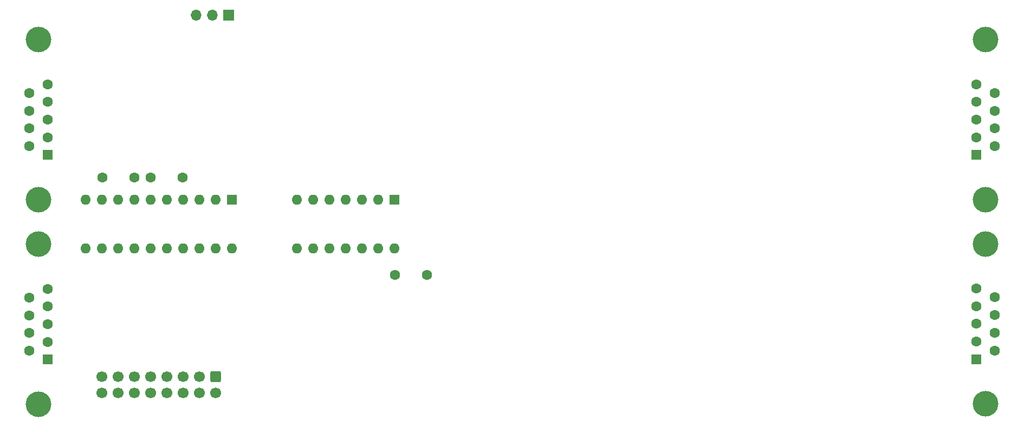
<source format=gbr>
%TF.GenerationSoftware,KiCad,Pcbnew,(7.0.0)*%
%TF.CreationDate,2023-04-09T14:20:33-07:00*%
%TF.ProjectId,SidecarXE85,53696465-6361-4725-9845-38352e6b6963,1*%
%TF.SameCoordinates,Original*%
%TF.FileFunction,Soldermask,Bot*%
%TF.FilePolarity,Negative*%
%FSLAX46Y46*%
G04 Gerber Fmt 4.6, Leading zero omitted, Abs format (unit mm)*
G04 Created by KiCad (PCBNEW (7.0.0)) date 2023-04-09 14:20:33*
%MOMM*%
%LPD*%
G01*
G04 APERTURE LIST*
G04 Aperture macros list*
%AMRoundRect*
0 Rectangle with rounded corners*
0 $1 Rounding radius*
0 $2 $3 $4 $5 $6 $7 $8 $9 X,Y pos of 4 corners*
0 Add a 4 corners polygon primitive as box body*
4,1,4,$2,$3,$4,$5,$6,$7,$8,$9,$2,$3,0*
0 Add four circle primitives for the rounded corners*
1,1,$1+$1,$2,$3*
1,1,$1+$1,$4,$5*
1,1,$1+$1,$6,$7*
1,1,$1+$1,$8,$9*
0 Add four rect primitives between the rounded corners*
20,1,$1+$1,$2,$3,$4,$5,0*
20,1,$1+$1,$4,$5,$6,$7,0*
20,1,$1+$1,$6,$7,$8,$9,0*
20,1,$1+$1,$8,$9,$2,$3,0*%
G04 Aperture macros list end*
%ADD10RoundRect,0.250000X-0.600000X0.600000X-0.600000X-0.600000X0.600000X-0.600000X0.600000X0.600000X0*%
%ADD11C,1.700000*%
%ADD12C,4.000000*%
%ADD13R,1.600000X1.600000*%
%ADD14C,1.600000*%
%ADD15O,1.600000X1.600000*%
%ADD16R,1.700000X1.700000*%
%ADD17O,1.700000X1.700000*%
G04 APERTURE END LIST*
D10*
%TO.C,J4*%
X50000000Y-69232500D03*
D11*
X50000000Y-71772500D03*
X47460000Y-69232500D03*
X47460000Y-71772500D03*
X44920000Y-69232500D03*
X44920000Y-71772500D03*
X42380000Y-69232500D03*
X42380000Y-71772500D03*
X39840000Y-69232500D03*
X39840000Y-71772500D03*
X37300000Y-69232500D03*
X37300000Y-71772500D03*
X34760000Y-69232500D03*
X34760000Y-71772500D03*
X32220000Y-69232500D03*
X32220000Y-71772500D03*
%TD*%
D12*
%TO.C,J3*%
X170330000Y-41500000D03*
X170330000Y-16500000D03*
D13*
X168909999Y-34539999D03*
D14*
X168910000Y-31770000D03*
X168910000Y-29000000D03*
X168910000Y-26230000D03*
X168910000Y-23460000D03*
X171750000Y-33155000D03*
X171750000Y-30385000D03*
X171750000Y-27615000D03*
X171750000Y-24845000D03*
%TD*%
%TO.C,C1*%
X83020000Y-53340000D03*
X78020000Y-53340000D03*
%TD*%
D13*
%TO.C,U1*%
X52534999Y-41499999D03*
D15*
X49994999Y-41499999D03*
X47454999Y-41499999D03*
X44914999Y-41499999D03*
X42374999Y-41499999D03*
X39834999Y-41499999D03*
X37294999Y-41499999D03*
X34754999Y-41499999D03*
X32214999Y-41499999D03*
X29674999Y-41499999D03*
X29674999Y-49119999D03*
X32214999Y-49119999D03*
X34754999Y-49119999D03*
X37294999Y-49119999D03*
X39834999Y-49119999D03*
X42374999Y-49119999D03*
X44914999Y-49119999D03*
X47454999Y-49119999D03*
X49994999Y-49119999D03*
X52534999Y-49119999D03*
%TD*%
D12*
%TO.C,J2*%
X22350331Y-16500000D03*
X22350331Y-41500000D03*
D13*
X23770330Y-34539999D03*
D14*
X23770331Y-31770000D03*
X23770331Y-29000000D03*
X23770331Y-26230000D03*
X23770331Y-23460000D03*
X20930331Y-33155000D03*
X20930331Y-30385000D03*
X20930331Y-27615000D03*
X20930331Y-24845000D03*
%TD*%
D12*
%TO.C,J5*%
X170330000Y-73460000D03*
X170330000Y-48460000D03*
D13*
X168909999Y-66499999D03*
D14*
X168910000Y-63730000D03*
X168910000Y-60960000D03*
X168910000Y-58190000D03*
X168910000Y-55420000D03*
X171750000Y-65115000D03*
X171750000Y-62345000D03*
X171750000Y-59575000D03*
X171750000Y-56805000D03*
%TD*%
D16*
%TO.C,SW1*%
X52054999Y-12699999D03*
D17*
X49514999Y-12699999D03*
X46974999Y-12699999D03*
%TD*%
D14*
%TO.C,C3*%
X39880000Y-38060000D03*
X44880000Y-38060000D03*
%TD*%
D13*
%TO.C,U2*%
X77944999Y-41499999D03*
D15*
X75404999Y-41499999D03*
X72864999Y-41499999D03*
X70324999Y-41499999D03*
X67784999Y-41499999D03*
X65244999Y-41499999D03*
X62704999Y-41499999D03*
X62704999Y-49119999D03*
X65244999Y-49119999D03*
X67784999Y-49119999D03*
X70324999Y-49119999D03*
X72864999Y-49119999D03*
X75404999Y-49119999D03*
X77944999Y-49119999D03*
%TD*%
D14*
%TO.C,C2*%
X37300000Y-38060000D03*
X32300000Y-38060000D03*
%TD*%
D12*
%TO.C,J1*%
X22350331Y-48500000D03*
X22350331Y-73500000D03*
D13*
X23770330Y-66539999D03*
D14*
X23770331Y-63770000D03*
X23770331Y-61000000D03*
X23770331Y-58230000D03*
X23770331Y-55460000D03*
X20930331Y-65155000D03*
X20930331Y-62385000D03*
X20930331Y-59615000D03*
X20930331Y-56845000D03*
%TD*%
M02*

</source>
